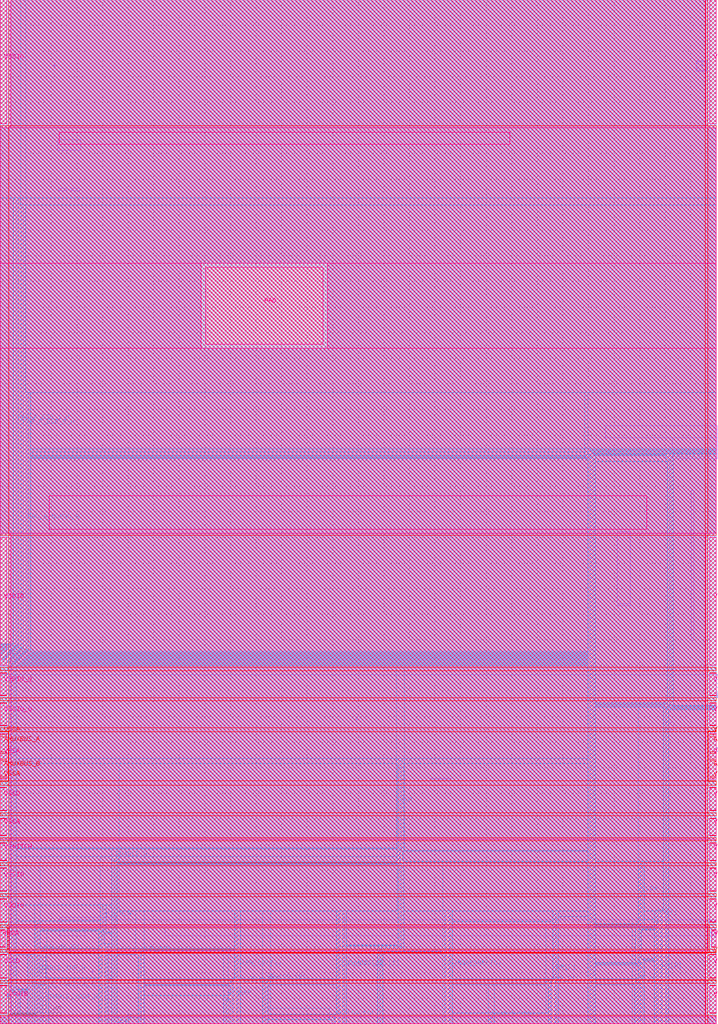
<source format=lef>
# Copyright 2020 The SkyWater PDK Authors
#
# Licensed under the Apache License, Version 2.0 (the "License");
# you may not use this file except in compliance with the License.
# You may obtain a copy of the License at
#
#     https://www.apache.org/licenses/LICENSE-2.0
#
# Unless required by applicable law or agreed to in writing, software
# distributed under the License is distributed on an "AS IS" BASIS,
# WITHOUT WARRANTIES OR CONDITIONS OF ANY KIND, either express or implied.
# See the License for the specific language governing permissions and
# limitations under the License.
#
# SPDX-License-Identifier: Apache-2.0

VERSION 5.5 ;
NAMESCASESENSITIVE ON ;
BUSBITCHARS "[]" ;
DIVIDERCHAR "/" ;
MACRO sky130_fd_io__top_gpio_ovtv2
  CLASS PAD ;
  SOURCE USER ;
  ORIGIN  0.000000  0.000000 ;
  SIZE 140 BY 200 ;
  SYMMETRY X Y R90 ;
  PIN AMUXBUS_A
    ANTENNAPARTIALMETALSIDEAREA  215.1680 ;
    DIRECTION INOUT ;
    USE SIGNAL ;
    PORT
      LAYER met4 ;
        RECT 0.000000 53.125000 1.270000 56.105000 ;
    END
    PORT
      LAYER met4 ;
        RECT 138.730000 53.125000 140.000000 56.105000 ;
    END
  END AMUXBUS_A
  PIN AMUXBUS_B
    ANTENNAPARTIALMETALSIDEAREA  215.1680 ;
    DIRECTION INOUT ;
    USE SIGNAL ;
    PORT
      LAYER met4 ;
        RECT 0.000000 48.365000 1.270000 51.345000 ;
    END
    PORT
      LAYER met4 ;
        RECT 138.730000 48.365000 140.000000 51.345000 ;
    END
  END AMUXBUS_B
  PIN ANALOG_EN
    ANTENNAPARTIALCUTAREA  0.320000 ;
    DIRECTION INPUT ;
    USE SIGNAL ;
    PORT
      LAYER met3 ;
        RECT 7.930000 14.070000 8.710000 14.390000 ;
        RECT 7.935000 14.065000 8.705000 14.070000 ;
        RECT 8.025000 13.975000 8.615000 14.065000 ;
        RECT 8.115000  0.000000 8.445000 13.805000 ;
        RECT 8.115000 13.805000 8.445000 13.845000 ;
        RECT 8.115000 13.845000 8.485000 13.885000 ;
        RECT 8.115000 13.885000 8.525000 13.975000 ;
    END
  END ANALOG_EN
  PIN ANALOG_POL
    ANTENNAPARTIALCUTAREA  0.160000 ;
    DIRECTION INPUT ;
    USE SIGNAL ;
    PORT
      LAYER met3 ;
        RECT 64.785000 1.165000 65.565000 1.485000 ;
        RECT 65.110000 1.040000 65.565000 1.165000 ;
        RECT 65.235000 0.000000 65.565000 0.915000 ;
        RECT 65.235000 0.915000 65.565000 1.040000 ;
    END
  END ANALOG_POL
  PIN ANALOG_SEL
    ANTENNAPARTIALCUTAREA  0.160000 ;
    DIRECTION INPUT ;
    USE SIGNAL ;
    PORT
      LAYER met3 ;
        RECT 51.655000 0.000000 51.985000 7.760000 ;
        RECT 51.655000 7.760000 51.985000 7.910000 ;
        RECT 51.655000 7.910000 52.135000 8.060000 ;
        RECT 51.655000 8.060000 52.435000 8.380000 ;
    END
  END ANALOG_SEL
  PIN DM[0]
    ANTENNAGATEAREA  0.500000 ;
    DIRECTION INPUT ;
    USE SIGNAL ;
    PORT
      LAYER met3 ;
        RECT 129.105000 20.955000 129.435000 21.685000 ;
        RECT 129.125000  0.000000 129.455000 20.955000 ;
    END
  END DM[0]
  PIN DM[1]
    ANTENNAGATEAREA  0.500000 ;
    DIRECTION INPUT ;
    USE SIGNAL ;
    PORT
      LAYER met3 ;
        RECT 128.275000  0.000000 128.605000 19.875000 ;
        RECT 128.275000 19.875000 128.605000 19.885000 ;
        RECT 128.275000 19.885000 128.615000 19.895000 ;
        RECT 128.275000 19.895000 128.625000 20.180000 ;
        RECT 128.285000 20.180000 128.625000 20.190000 ;
        RECT 128.295000 20.190000 128.625000 20.200000 ;
        RECT 128.295000 20.200000 128.625000 21.685000 ;
    END
  END DM[1]
  PIN DM[2]
    ANTENNAGATEAREA  0.500000 ;
    DIRECTION INPUT ;
    USE SIGNAL ;
    PORT
      LAYER met3 ;
        RECT 108.375000 20.280000 108.725000 20.640000 ;
        RECT 108.375000 20.640000 108.705000 21.685000 ;
        RECT 108.395000  0.000000 108.725000 20.280000 ;
    END
  END DM[2]
  PIN ENABLE_H
    ANTENNAGATEAREA  8.880000 ;
    DIRECTION INPUT ;
    USE SIGNAL ;
    PORT
      LAYER met3 ;
        RECT 22.135000  0.000000 22.465000 31.675000 ;
        RECT 22.135000 31.675000 22.465000 31.810000 ;
        RECT 22.135000 31.810000 22.600000 31.945000 ;
        RECT 22.135000 31.945000 22.875000 32.275000 ;
    END
  END ENABLE_H
  PIN ENABLE_INP_H
    ANTENNAGATEAREA  3.240000 ;
    DIRECTION INPUT ;
    USE SIGNAL ;
    PORT
      LAYER met3 ;
        RECT 7.110000 0.000000 7.440000 19.735000 ;
    END
  END ENABLE_INP_H
  PIN ENABLE_VDDA_H
    ANTENNAGATEAREA  3.500000 ;
    DIRECTION INPUT ;
    USE SIGNAL ;
    PORT
      LAYER met3 ;
        RECT 8.770000 0.000000 9.100000 8.620000 ;
    END
  END ENABLE_VDDA_H
  PIN ENABLE_VDDIO
    ANTENNAGATEAREA  6.620000 ;
    DIRECTION INPUT ;
    USE SIGNAL ;
    PORT
      LAYER met3 ;
        RECT 95.845000 0.000000 96.215000 1.740000 ;
    END
  END ENABLE_VDDIO
  PIN ENABLE_VSWITCH_H
    ANTENNAGATEAREA  3.120000 ;
    DIRECTION INPUT ;
    USE SIGNAL ;
    PORT
      LAYER met3 ;
        RECT 5.765000 0.000000 6.365000 13.205000 ;
    END
  END ENABLE_VSWITCH_H
  PIN HLD_H_N
    ANTENNAGATEAREA  1.620000 ;
    DIRECTION INPUT ;
    USE SIGNAL ;
    PORT
      LAYER met3 ;
        RECT 19.635000  0.000000 19.965000 17.750000 ;
        RECT 19.635000 17.750000 19.965000 17.865000 ;
        RECT 19.635000 17.865000 20.080000 17.980000 ;
        RECT 19.635000 17.980000 20.195000 17.985000 ;
        RECT 19.675000 17.985000 20.200000 18.025000 ;
        RECT 19.715000 18.025000 20.240000 18.065000 ;
        RECT 19.830000 18.065000 20.280000 18.180000 ;
        RECT 19.945000 18.180000 20.280000 18.295000 ;
        RECT 19.950000 18.295000 20.280000 18.300000 ;
        RECT 19.950000 18.300000 20.280000 22.865000 ;
    END
  END HLD_H_N
  PIN HLD_OVR
    ANTENNAPARTIALCUTAREA  0.160000 ;
    DIRECTION INPUT ;
    USE SIGNAL ;
    PORT
      LAYER met3 ;
        RECT 26.900000 14.055000 27.680000 14.375000 ;
        RECT 26.905000 14.050000 27.685000 14.055000 ;
        RECT 27.055000 13.900000 27.685000 14.050000 ;
        RECT 27.205000 13.750000 27.685000 13.900000 ;
        RECT 27.355000  0.000000 27.685000 13.600000 ;
        RECT 27.355000 13.600000 27.685000 13.750000 ;
    END
  END HLD_OVR
  PIN HYS_TRIM
    ANTENNAPARTIALCUTAREA  0.160000 ;
    DIRECTION INPUT ;
    USE SIGNAL ;
    PORT
      LAYER met3 ;
        RECT 44.905000 8.060000 45.685000 8.380000 ;
        RECT 45.055000 7.910000 45.685000 8.060000 ;
        RECT 45.205000 7.760000 45.685000 7.910000 ;
        RECT 45.355000 0.000000 45.685000 7.610000 ;
        RECT 45.355000 7.610000 45.685000 7.760000 ;
    END
  END HYS_TRIM
  PIN IB_MODE_SEL[0]
    ANTENNAGATEAREA  0.500000 ;
    DIRECTION INPUT ;
    USE SIGNAL ;
    PORT
      LAYER met3 ;
        RECT 86.815000 0.000000 87.145000 21.685000 ;
    END
  END IB_MODE_SEL[0]
  PIN IB_MODE_SEL[1]
    ANTENNAGATEAREA  0.500000 ;
    DIRECTION INPUT ;
    USE SIGNAL ;
    PORT
      LAYER met3 ;
        RECT 66.935000 0.000000 67.265000 21.685000 ;
    END
  END IB_MODE_SEL[1]
  PIN IN
    ANTENNAPARTIALMETALSIDEAREA  23.36800 ;
    DIRECTION OUTPUT ;
    USE SIGNAL ;
    PORT
      LAYER met3 ;
        RECT 20.380000 0.000000 20.710000 15.275000 ;
    END
  END IN
  PIN INP_DIS
    ANTENNAPARTIALCUTAREA  0.160000 ;
    DIRECTION INPUT ;
    USE SIGNAL ;
    PORT
      LAYER met3 ;
        RECT 107.095000 8.060000 107.875000 8.380000 ;
        RECT 107.285000 8.055000 107.875000 8.060000 ;
        RECT 107.415000 7.925000 107.875000 8.055000 ;
        RECT 107.545000 0.000000 107.875000 7.795000 ;
        RECT 107.545000 7.795000 107.875000 7.925000 ;
    END
  END INP_DIS
  PIN IN_H
    ANTENNAPARTIALMETALSIDEAREA  1.722440 ;
    DIRECTION OUTPUT ;
    USE SIGNAL ;
    PORT
      LAYER met3 ;
        RECT 23.490000 0.610000 24.710000 0.940000 ;
        RECT 24.100000 0.605000 24.710000 0.610000 ;
        RECT 24.240000 0.465000 24.710000 0.605000 ;
        RECT 24.380000 0.000000 24.710000 0.325000 ;
        RECT 24.380000 0.325000 24.710000 0.465000 ;
    END
  END IN_H
  PIN OE_N
    ANTENNAPARTIALCUTAREA  0.160000 ;
    DIRECTION INPUT ;
    USE SIGNAL ;
    PORT
      LAYER met3 ;
        RECT 123.995000 8.060000 124.775000 8.380000 ;
        RECT 124.325000 7.940000 124.775000 8.060000 ;
        RECT 124.445000 0.000000 124.775000 7.820000 ;
        RECT 124.445000 7.820000 124.775000 7.940000 ;
    END
  END OE_N
  PIN OUT
    ANTENNAGATEAREA  1.529000 ;
    DIRECTION INPUT ;
    USE SIGNAL ;
    PORT
      LAYER met3 ;
        RECT 74.125000  0.000000 74.455000 14.140000 ;
        RECT 74.125000 14.140000 74.455000 14.290000 ;
        RECT 74.125000 14.290000 74.605000 14.440000 ;
        RECT 74.125000 14.440000 74.755000 14.535000 ;
        RECT 74.125000 14.535000 78.505000 14.865000 ;
        RECT 77.870000 51.155000 78.600000 51.485000 ;
        RECT 77.930000 14.865000 78.505000 15.015000 ;
        RECT 77.950000 31.465000 78.355000 31.535000 ;
        RECT 77.950000 31.535000 78.285000 31.605000 ;
        RECT 77.950000 31.605000 78.280000 31.610000 ;
        RECT 77.950000 31.610000 78.280000 33.835000 ;
        RECT 77.950000 33.835000 78.280000 33.905000 ;
        RECT 77.950000 33.905000 78.350000 33.975000 ;
        RECT 77.950000 33.975000 78.420000 33.980000 ;
        RECT 77.990000 31.425000 78.425000 31.465000 ;
        RECT 77.990000 33.980000 78.425000 34.020000 ;
        RECT 78.030000 31.385000 78.465000 31.425000 ;
        RECT 78.030000 34.020000 78.465000 34.060000 ;
        RECT 78.035000 31.380000 78.505000 31.385000 ;
        RECT 78.080000 15.015000 78.505000 15.165000 ;
        RECT 78.100000 34.060000 78.505000 34.130000 ;
        RECT 78.105000 31.310000 78.505000 31.380000 ;
        RECT 78.170000 34.130000 78.505000 34.200000 ;
        RECT 78.175000 15.165000 78.505000 15.260000 ;
        RECT 78.175000 15.260000 78.505000 31.240000 ;
        RECT 78.175000 31.240000 78.505000 31.310000 ;
        RECT 78.175000 34.200000 78.505000 34.205000 ;
        RECT 78.175000 34.205000 78.505000 51.155000 ;
    END
  END OUT
  PIN PAD
    ANTENNAPARTIALMETALSIDEAREA  228.2030 ;
    DIRECTION INOUT ;
    USE SIGNAL ;
    PORT
      LAYER met5 ;
        RECT 40.095000 132.705000 63.135000 147.730000 ;
    END
  END PAD
  PIN PAD_A_ESD_0_H
    ANTENNAPARTIALMETALSIDEAREA  256.0560 ;
    DIRECTION INOUT ;
    USE SIGNAL ;
    PORT
      LAYER met3 ;
        RECT 1.240000  5.465000 2.200000   5.470000 ;
        RECT 1.240000  5.470000 2.050000   5.620000 ;
        RECT 1.240000  5.620000 1.900000   5.770000 ;
        RECT 1.240000  5.770000 1.840000   5.830000 ;
        RECT 1.240000  5.830000 1.840000  70.535000 ;
        RECT 1.240000 70.535000 1.840000  70.680000 ;
        RECT 1.240000 70.680000 1.985000  70.825000 ;
        RECT 1.300000  5.405000 2.200000   5.465000 ;
        RECT 1.390000 70.825000 2.130000  70.975000 ;
        RECT 1.450000  5.255000 2.200000   5.405000 ;
        RECT 1.540000 70.975000 2.280000  71.125000 ;
        RECT 1.600000  0.000000 2.200000   5.105000 ;
        RECT 1.600000  5.105000 2.200000   5.255000 ;
        RECT 1.690000 71.125000 2.430000  71.275000 ;
        RECT 1.840000 71.275000 2.580000  71.425000 ;
        RECT 1.990000 71.425000 2.730000  71.575000 ;
        RECT 2.140000 71.575000 2.880000  71.725000 ;
        RECT 2.290000 71.725000 3.030000  71.875000 ;
        RECT 2.440000 71.875000 3.180000  72.025000 ;
        RECT 2.590000 72.025000 3.330000  72.175000 ;
        RECT 2.740000 72.175000 3.480000  72.325000 ;
        RECT 2.890000 72.325000 3.630000  72.475000 ;
        RECT 3.040000 72.475000 3.780000  72.625000 ;
        RECT 3.190000 72.625000 3.930000  72.775000 ;
        RECT 3.340000 72.775000 4.080000  72.925000 ;
        RECT 3.490000 72.925000 4.230000  73.075000 ;
        RECT 3.640000 73.075000 4.380000  73.225000 ;
        RECT 3.725000 73.225000 4.530000  73.310000 ;
        RECT 3.865000 73.310000 4.615000  73.450000 ;
        RECT 4.005000 73.450000 4.615000  73.590000 ;
        RECT 4.010000 73.590000 4.615000  73.595000 ;
        RECT 4.010000 73.595000 4.615000 159.560000 ;
    END
  END PAD_A_ESD_0_H
  PIN PAD_A_ESD_1_H
    ANTENNAPARTIALMETALSIDEAREA  257.9440 ;
    DIRECTION INOUT ;
    USE SIGNAL ;
    PORT
      LAYER met3 ;
        RECT 0.330000  0.000000 0.930000  71.100000 ;
        RECT 0.330000 71.100000 0.930000  71.240000 ;
        RECT 0.330000 71.240000 1.070000  71.380000 ;
        RECT 0.480000 71.380000 1.210000  71.530000 ;
        RECT 0.630000 71.530000 1.360000  71.680000 ;
        RECT 0.780000 71.680000 1.510000  71.830000 ;
        RECT 0.930000 71.830000 1.660000  71.980000 ;
        RECT 1.080000 71.980000 1.810000  72.130000 ;
        RECT 1.230000 72.130000 1.960000  72.280000 ;
        RECT 1.380000 72.280000 2.110000  72.430000 ;
        RECT 1.530000 72.430000 2.260000  72.580000 ;
        RECT 1.680000 72.580000 2.410000  72.730000 ;
        RECT 1.830000 72.730000 2.560000  72.880000 ;
        RECT 1.980000 72.880000 2.710000  73.030000 ;
        RECT 2.130000 73.030000 2.860000  73.180000 ;
        RECT 2.280000 73.180000 3.010000  73.330000 ;
        RECT 2.430000 73.330000 3.160000  73.480000 ;
        RECT 2.580000 73.480000 3.310000  73.630000 ;
        RECT 2.705000 73.630000 3.460000  73.755000 ;
        RECT 2.845000 73.755000 3.585000  73.895000 ;
        RECT 2.985000 73.895000 3.585000  74.035000 ;
        RECT 2.985000 74.035000 3.585000 160.945000 ;
    END
  END PAD_A_ESD_1_H
  PIN PAD_A_NOESD_H
    ANTENNAPARTIALCUTAREA  0.120000 ;
    DIRECTION INOUT ;
    USE SIGNAL ;
    PORT
      LAYER met3 ;
        RECT 2.150000  6.260000 2.975000   6.410000 ;
        RECT 2.150000  6.410000 2.825000   6.560000 ;
        RECT 2.150000  6.560000 2.750000   6.635000 ;
        RECT 2.150000  6.635000 2.750000  70.075000 ;
        RECT 2.150000 70.075000 2.750000  70.220000 ;
        RECT 2.150000 70.220000 2.895000  70.365000 ;
        RECT 2.210000  6.200000 3.125000   6.260000 ;
        RECT 2.300000 70.365000 3.040000  70.515000 ;
        RECT 2.360000  6.050000 3.185000   6.200000 ;
        RECT 2.450000 70.515000 3.190000  70.665000 ;
        RECT 2.510000  5.900000 3.335000   6.050000 ;
        RECT 2.585000  5.825000 3.485000   5.900000 ;
        RECT 2.600000 70.665000 3.340000  70.815000 ;
        RECT 2.735000  5.675000 3.485000   5.825000 ;
        RECT 2.750000 70.815000 3.490000  70.965000 ;
        RECT 2.885000  0.000000 3.485000   5.525000 ;
        RECT 2.885000  5.525000 3.485000   5.675000 ;
        RECT 2.900000 70.965000 3.640000  71.115000 ;
        RECT 3.050000 71.115000 3.790000  71.265000 ;
        RECT 3.200000 71.265000 3.940000  71.415000 ;
        RECT 3.350000 71.415000 4.090000  71.565000 ;
        RECT 3.500000 71.565000 4.240000  71.715000 ;
        RECT 3.650000 71.715000 4.390000  71.865000 ;
        RECT 3.800000 71.865000 4.540000  72.015000 ;
        RECT 3.950000 72.015000 4.690000  72.165000 ;
        RECT 4.100000 72.165000 4.840000  72.315000 ;
        RECT 4.250000 72.315000 4.990000  72.465000 ;
        RECT 4.400000 72.465000 5.140000  72.615000 ;
        RECT 4.550000 72.615000 5.290000  72.765000 ;
        RECT 4.675000 72.765000 5.440000  72.890000 ;
        RECT 4.820000 72.890000 5.565000  73.035000 ;
        RECT 4.965000 73.035000 5.565000  73.180000 ;
        RECT 4.965000 73.180000 5.565000 122.920000 ;
    END
  END PAD_A_NOESD_H
  PIN SLEW_CTL[0]
    ANTENNAGATEAREA  0.500000 ;
    DIRECTION INPUT ;
    USE SIGNAL ;
    PORT
      LAYER met3 ;
        RECT 66.085000 0.000000 66.415000 21.685000 ;
    END
  END SLEW_CTL[0]
  PIN SLEW_CTL[1]
    ANTENNAGATEAREA  0.500000 ;
    DIRECTION INPUT ;
    USE SIGNAL ;
    PORT
      LAYER met3 ;
        RECT 46.205000 0.000000 46.535000 21.685000 ;
    END
  END SLEW_CTL[1]
  PIN SLOW
    ANTENNAGATEAREA  0.500000 ;
    DIRECTION INPUT ;
    USE SIGNAL ;
    PORT
      LAYER met3 ;
        RECT 124.580000 12.150000 125.135000 12.300000 ;
        RECT 124.580000 12.300000 124.985000 12.450000 ;
        RECT 124.580000 12.450000 124.910000 12.525000 ;
        RECT 124.580000 12.525000 124.910000 18.470000 ;
        RECT 124.580000 18.470000 124.910000 18.615000 ;
        RECT 124.580000 18.615000 125.055000 18.760000 ;
        RECT 124.580000 18.760000 125.200000 18.765000 ;
        RECT 124.585000 12.145000 125.285000 12.150000 ;
        RECT 124.675000 12.055000 125.290000 12.145000 ;
        RECT 124.710000 18.765000 125.205000 18.895000 ;
        RECT 124.765000 11.965000 125.380000 12.055000 ;
        RECT 124.840000 11.890000 125.470000 11.965000 ;
        RECT 124.840000 18.895000 125.335000 19.025000 ;
        RECT 124.845000 19.025000 125.465000 19.030000 ;
        RECT 124.990000 11.740000 125.470000 11.890000 ;
        RECT 124.990000 19.030000 125.470000 19.175000 ;
        RECT 125.135000 19.175000 125.470000 19.320000 ;
        RECT 125.140000  0.000000 125.470000 11.590000 ;
        RECT 125.140000 11.590000 125.470000 11.740000 ;
        RECT 125.140000 19.320000 125.470000 19.325000 ;
        RECT 125.140000 19.325000 125.470000 31.390000 ;
    END
  END SLOW
  PIN TIE_HI_ESD
    ANTENNAGATEAREA 21 ;
    DIRECTION OUTPUT ;
    USE SIGNAL ;
    PORT
      LAYER met3 ;
        RECT 129.975000   0.000000 130.305000  61.465000 ;
        RECT 129.975000  61.465000 130.305000  61.560000 ;
        RECT 129.975000  61.560000 130.400000  61.655000 ;
        RECT 130.125000  61.655000 130.495000  61.805000 ;
        RECT 130.275000  61.805000 130.645000  61.955000 ;
        RECT 130.425000  61.955000 130.795000  62.105000 ;
        RECT 130.460000 110.205000 131.140000 110.935000 ;
        RECT 130.575000  62.105000 130.945000  62.255000 ;
        RECT 130.620000  62.255000 131.095000  62.300000 ;
        RECT 130.715000  62.300000 131.140000  62.395000 ;
        RECT 130.730000 110.125000 131.140000 110.205000 ;
        RECT 130.810000  62.395000 131.140000  62.490000 ;
        RECT 130.810000  62.490000 131.140000 110.045000 ;
        RECT 130.810000 110.045000 131.140000 110.125000 ;
    END
  END TIE_HI_ESD
  PIN TIE_LO_ESD
    ANTENNAGATEAREA  2.400000 ;
    DIRECTION OUTPUT ;
    USE SIGNAL ;
    PORT
      LAYER met3 ;
        RECT 114.650000 111.180000 115.485000 111.265000 ;
        RECT 114.650000 111.265000 115.400000 111.350000 ;
        RECT 114.670000 111.160000 115.570000 111.180000 ;
        RECT 114.820000 111.010000 115.590000 111.160000 ;
        RECT 114.970000 110.860000 115.740000 111.010000 ;
        RECT 114.990000 110.840000 115.890000 110.860000 ;
        RECT 115.140000 110.690000 115.890000 110.840000 ;
        RECT 115.290000   0.000000 115.890000 110.540000 ;
        RECT 115.290000 110.540000 115.890000 110.690000 ;
    END
  END TIE_LO_ESD
  PIN VINREF
    ANTENNAGATEAREA 54 ;
    DIRECTION INPUT ;
    USE SIGNAL ;
    PORT
      LAYER met3 ;
        RECT 44.035000 0.000000 44.365000 4.460000 ;
        RECT 44.035000 4.460000 44.365000 4.610000 ;
        RECT 44.035000 4.610000 44.515000 4.760000 ;
        RECT 44.035000 4.760000 44.665000 4.860000 ;
        RECT 44.035000 4.860000 44.765000 5.190000 ;
    END
  END VINREF
  PIN VTRIP_SEL
    ANTENNAGATEAREA  0.500000 ;
    DIRECTION INPUT ;
    USE SIGNAL ;
    PORT
      LAYER met3 ;
        RECT 87.665000 0.000000 87.995000 21.685000 ;
    END
  END VTRIP_SEL
  PIN VCCD
    DIRECTION INOUT ;
    USE POWER ;
    PORT
      LAYER met4 ;
        RECT 0.000000 8.885000 1.270000 13.535000 ;
    END
    PORT
      LAYER met4 ;
        RECT 138.255000  8.930000 140.000000 13.465000 ;
        RECT 138.730000  8.885000 140.000000  8.930000 ;
        RECT 138.730000 13.465000 140.000000 13.535000 ;
    END
    PORT
      LAYER met5 ;
        RECT 0.000000 8.985000 1.270000 13.435000 ;
    END
    PORT
      LAYER met5 ;
        RECT 138.730000 8.985000 140.000000 13.435000 ;
    END
  END VCCD
  PIN VCCHIB
    DIRECTION INOUT ;
    USE POWER ;
    PORT
      LAYER met4 ;
        RECT 0.000000 2.035000 1.270000 7.485000 ;
    END
    PORT
      LAYER met4 ;
        RECT 138.730000 2.035000 140.000000 7.485000 ;
    END
    PORT
      LAYER met5 ;
        RECT 0.000000 2.135000 1.270000 7.385000 ;
    END
    PORT
      LAYER met5 ;
        RECT 138.730000 2.135000 140.000000 7.385000 ;
    END
  END VCCHIB
  PIN VDDA
    DIRECTION INOUT ;
    USE POWER ;
    PORT
      LAYER met4 ;
        RECT 0.000000 14.935000 0.965000 18.385000 ;
    END
    PORT
      LAYER met4 ;
        RECT 139.035000 14.935000 140.000000 18.385000 ;
    END
    PORT
      LAYER met5 ;
        RECT 0.000000 15.035000 0.965000 18.285000 ;
    END
    PORT
      LAYER met5 ;
        RECT 139.035000 15.035000 140.000000 18.285000 ;
    END
  END VDDA
  PIN VDDIO
    DIRECTION INOUT ;
    USE POWER ;
    PORT
      LAYER met4 ;
        RECT 0.000000 19.785000 1.270000 24.435000 ;
    END
    PORT
      LAYER met4 ;
        RECT 0.000000 70.035000 1.270000 95.000000 ;
    END
    PORT
      LAYER met4 ;
        RECT 138.730000 19.785000 140.000000 24.435000 ;
    END
    PORT
      LAYER met4 ;
        RECT 138.730000 70.035000 140.000000 95.000000 ;
    END
    PORT
      LAYER met5 ;
        RECT 0.000000 19.885000 1.270000 24.335000 ;
    END
    PORT
      LAYER met5 ;
        RECT 0.000000 70.035000 1.270000 94.985000 ;
    END
    PORT
      LAYER met5 ;
        RECT 138.730000 19.885000 140.000000 24.335000 ;
    END
    PORT
      LAYER met5 ;
        RECT 138.730000 70.035000 140.000000 94.985000 ;
    END
  END VDDIO
  PIN VDDIO_Q
    DIRECTION INOUT ;
    USE POWER ;
    PORT
      LAYER met4 ;
        RECT 0.000000 64.085000 1.270000 68.535000 ;
    END
    PORT
      LAYER met4 ;
        RECT 138.730000 64.085000 140.000000 68.535000 ;
    END
    PORT
      LAYER met5 ;
        RECT 0.000000 64.185000 1.270000 68.435000 ;
    END
    PORT
      LAYER met5 ;
        RECT 138.730000 64.185000 140.000000 68.435000 ;
    END
  END VDDIO_Q
  PIN VSSA
    DIRECTION INOUT ;
    USE GROUND ;
    PORT
      LAYER met4 ;
        RECT 0.000000 36.735000 1.270000 40.185000 ;
    END
    PORT
      LAYER met4 ;
        RECT 0.000000 47.735000 1.270000 48.065000 ;
    END
    PORT
      LAYER met4 ;
        RECT 0.000000 51.645000 1.270000 52.825000 ;
    END
    PORT
      LAYER met4 ;
        RECT 0.000000 56.405000 1.270000 56.735000 ;
    END
    PORT
      LAYER met4 ;
        RECT 138.730000 36.735000 140.000000 40.185000 ;
    END
    PORT
      LAYER met4 ;
        RECT 138.730000 47.735000 140.000000 48.065000 ;
    END
    PORT
      LAYER met4 ;
        RECT 138.730000 51.645000 140.000000 52.825000 ;
    END
    PORT
      LAYER met4 ;
        RECT 138.730000 56.405000 140.000000 56.735000 ;
    END
    PORT
      LAYER met5 ;
        RECT 0.000000 36.840000 1.270000 40.085000 ;
    END
    PORT
      LAYER met5 ;
        RECT 0.000000 47.735000 1.270000 56.735000 ;
    END
    PORT
      LAYER met5 ;
        RECT 138.730000 36.840000 140.000000 40.085000 ;
    END
    PORT
      LAYER met5 ;
        RECT 138.730000 47.735000 140.000000 56.735000 ;
    END
  END VSSA
  PIN VSSD
    DIRECTION INOUT ;
    USE GROUND ;
    PORT
      LAYER met4 ;
        RECT 0.000000 41.585000 1.270000 46.235000 ;
    END
    PORT
      LAYER met4 ;
        RECT 138.730000 41.585000 140.000000 46.235000 ;
    END
    PORT
      LAYER met5 ;
        RECT 0.000000 41.685000 1.270000 46.135000 ;
    END
    PORT
      LAYER met5 ;
        RECT 138.730000 41.685000 140.000000 46.135000 ;
    END
  END VSSD
  PIN VSSIO
    DIRECTION INOUT ;
    USE GROUND ;
    PORT
      LAYER met4 ;
        RECT 0.000000 175.785000 1.270000 200.000000 ;
    END
    PORT
      LAYER met4 ;
        RECT 0.000000 25.835000 1.270000 30.485000 ;
    END
    PORT
      LAYER met4 ;
        RECT 138.730000 175.785000 140.000000 200.000000 ;
    END
    PORT
      LAYER met4 ;
        RECT 138.730000 25.835000 140.000000 30.485000 ;
    END
    PORT
      LAYER met5 ;
        RECT 0.000000 175.785000 1.270000 200.000000 ;
    END
    PORT
      LAYER met5 ;
        RECT 0.000000 25.935000 1.270000 30.385000 ;
    END
    PORT
      LAYER met5 ;
        RECT 138.730000 175.785000 140.000000 200.000000 ;
    END
    PORT
      LAYER met5 ;
        RECT 138.730000 25.935000 140.000000 30.385000 ;
    END
  END VSSIO
  PIN VSSIO_Q
    DIRECTION INOUT ;
    USE GROUND ;
    PORT
      LAYER met4 ;
        RECT 0.000000 58.235000 1.270000 62.685000 ;
    END
    PORT
      LAYER met4 ;
        RECT 138.730000 58.235000 140.000000 62.685000 ;
    END
    PORT
      LAYER met5 ;
        RECT 0.000000 58.335000 1.270000 62.585000 ;
    END
    PORT
      LAYER met5 ;
        RECT 138.730000 58.335000 140.000000 62.585000 ;
    END
  END VSSIO_Q
  PIN VSWITCH
    DIRECTION INOUT ;
    USE POWER ;
    PORT
      LAYER met4 ;
        RECT 0.000000 31.885000 1.270000 35.335000 ;
    END
    PORT
      LAYER met4 ;
        RECT 138.730000 31.885000 140.000000 35.335000 ;
    END
    PORT
      LAYER met5 ;
        RECT 0.000000 31.985000 1.270000 35.235000 ;
    END
    PORT
      LAYER met5 ;
        RECT 138.730000 31.985000 140.000000 35.235000 ;
    END
  END VSWITCH
  OBS
    LAYER li1 ;
      RECT  10.485000 187.010000  10.715000 187.105000 ;
      RECT  10.485000 187.105000  10.830000 187.335000 ;
      RECT  11.220000 170.660000  15.760000 172.700000 ;
      RECT  11.395000 162.715000  13.005000 163.245000 ;
      RECT  11.600000  17.150000  16.580000  18.770000 ;
      RECT  11.600000  18.770000 140.000000  20.300000 ;
      RECT  11.600000  20.300000  22.570000  20.755000 ;
      RECT  13.915000 162.715000  15.525000 163.245000 ;
      RECT  18.005000  10.045000  18.175000  10.575000 ;
      RECT  32.245000  17.150000 140.000000  18.770000 ;
      RECT  69.500000  59.375000  69.820000  59.965000 ;
      RECT  84.135000  47.800000  88.065000  47.970000 ;
      RECT 118.305000 114.495000 140.145000 116.765000 ;
      RECT 120.645000  82.020000 123.195000  96.125000 ;
      RECT 120.725000  81.690000 123.195000  82.020000 ;
      RECT 129.625000  57.445000 131.645000  58.925000 ;
      RECT 131.375000 110.400000 140.145000 114.495000 ;
      RECT 135.060000  74.915000 135.565000 104.150000 ;
      RECT 135.140000  74.890000 135.565000  74.915000 ;
      RECT 135.140000 104.150000 135.565000 104.230000 ;
      RECT 136.065000 186.065000 138.125000 186.295000 ;
      RECT 136.065000 186.295000 136.295000 186.895000 ;
      RECT 136.065000 187.570000 136.295000 187.870000 ;
      RECT 136.065000 187.870000 138.125000 188.100000 ;
      RECT 136.815000 187.175000 137.345000 187.345000 ;
      RECT 137.895000 186.295000 138.125000 187.870000 ;
    LAYER met1 ;
      RECT   0.000000  0.000000 140.000000 200.000000 ;
      RECT 140.000000 53.225000 140.350000  53.955000 ;
      RECT 140.000000 63.715000 140.160000  64.685000 ;
    LAYER met2 ;
      RECT 0.000000  0.000000 140.000000  63.715000 ;
      RECT 0.000000 63.715000 140.325000  68.140000 ;
      RECT 0.000000 68.140000 140.000000 200.000000 ;
    LAYER met3 ;
      RECT   0.000000   0.000000   0.030000  71.505000 ;
      RECT   0.000000  71.505000   2.685000  74.160000 ;
      RECT   0.000000  71.765000   0.150000  71.915000 ;
      RECT   0.000000  71.915000   0.300000  72.065000 ;
      RECT   0.000000  72.065000   0.450000  72.215000 ;
      RECT   0.000000  72.215000   0.600000  72.365000 ;
      RECT   0.000000  72.365000   0.750000  72.515000 ;
      RECT   0.000000  72.515000   0.900000  72.665000 ;
      RECT   0.000000  72.665000   1.050000  72.815000 ;
      RECT   0.000000  72.815000   1.200000  72.965000 ;
      RECT   0.000000  72.965000   1.350000  73.115000 ;
      RECT   0.000000  73.115000   1.500000  73.265000 ;
      RECT   0.000000  73.265000   1.650000  73.415000 ;
      RECT   0.000000  73.415000   1.800000  73.565000 ;
      RECT   0.000000  73.565000   1.950000  73.715000 ;
      RECT   0.000000  73.715000   2.100000  73.865000 ;
      RECT   0.000000  73.865000   2.250000  74.015000 ;
      RECT   0.000000  74.015000   2.400000  74.165000 ;
      RECT   0.000000  74.160000   2.685000 161.245000 ;
      RECT   0.000000  74.165000   2.550000  74.200000 ;
      RECT   0.000000  74.200000   2.585000 161.345000 ;
      RECT   0.000000 161.245000 140.000000 200.000000 ;
      RECT   0.000000 161.345000 140.000000 200.000000 ;
      RECT   1.230000   0.000000   1.300000   4.980000 ;
      RECT   2.500000   0.000000   2.585000   5.400000 ;
      RECT   3.050000   6.760000   5.465000  13.505000 ;
      RECT   3.050000  13.505000   6.810000  20.035000 ;
      RECT   3.050000  20.035000  19.650000  23.165000 ;
      RECT   3.050000  23.165000  21.835000  32.575000 ;
      RECT   3.050000  32.575000  77.650000  34.105000 ;
      RECT   3.050000  34.105000  77.875000  34.330000 ;
      RECT   3.050000  34.330000  77.875000  50.855000 ;
      RECT   3.050000  50.855000  77.570000  51.785000 ;
      RECT   3.050000  51.785000 114.990000  69.950000 ;
      RECT   3.050000  69.950000 114.990000  72.765000 ;
      RECT   3.150000   6.800000   5.365000  13.605000 ;
      RECT   3.150000  13.605000   6.710000  20.135000 ;
      RECT   3.150000  13.605000   6.710000  23.265000 ;
      RECT   3.150000  20.135000  19.550000  23.265000 ;
      RECT   3.150000  20.135000  19.550000  32.675000 ;
      RECT   3.150000  23.265000  21.735000  32.675000 ;
      RECT   3.150000  23.265000  21.735000  34.145000 ;
      RECT   3.150000  23.265000  21.735000  34.145000 ;
      RECT   3.150000  23.265000  21.735000  34.145000 ;
      RECT   3.150000  32.675000  77.550000  34.145000 ;
      RECT   3.150000  32.675000  77.550000  50.755000 ;
      RECT   3.150000  32.675000  77.550000  50.755000 ;
      RECT   3.150000  32.675000  77.550000  50.755000 ;
      RECT   3.150000  32.675000  77.550000  50.755000 ;
      RECT   3.150000  34.145000  77.550000  34.260000 ;
      RECT   3.150000  34.145000  77.550000  34.260000 ;
      RECT   3.150000  34.260000  77.665000  34.370000 ;
      RECT   3.150000  34.260000  77.665000  34.370000 ;
      RECT   3.150000  34.370000  77.470000  51.885000 ;
      RECT   3.150000  34.370000  77.470000  69.910000 ;
      RECT   3.150000  34.370000  77.775000  50.755000 ;
      RECT   3.150000  50.755000  77.470000  51.885000 ;
      RECT   3.150000  51.885000 114.890000  69.910000 ;
      RECT   3.285000   6.665000   5.365000   6.800000 ;
      RECT   3.300000  69.910000 114.890000  70.060000 ;
      RECT   3.300000  69.910000 114.890000  70.060000 ;
      RECT   3.435000   6.515000   5.365000   6.665000 ;
      RECT   3.450000  70.060000 114.890000  70.210000 ;
      RECT   3.450000  70.060000 114.890000  70.210000 ;
      RECT   3.585000   6.365000   5.365000   6.515000 ;
      RECT   3.600000  70.210000 114.890000  70.360000 ;
      RECT   3.600000  70.210000 114.890000  70.360000 ;
      RECT   3.735000   6.215000   5.365000   6.365000 ;
      RECT   3.750000  70.360000 114.890000  70.510000 ;
      RECT   3.750000  70.360000 114.890000  70.510000 ;
      RECT   3.785000   0.000000   5.465000   6.025000 ;
      RECT   3.785000   6.025000   5.465000   6.760000 ;
      RECT   3.885000   0.000000   5.365000   6.065000 ;
      RECT   3.885000   6.065000   5.365000   6.215000 ;
      RECT   3.885000 159.860000 140.000000 161.245000 ;
      RECT   3.900000  70.510000 114.890000  70.660000 ;
      RECT   3.900000  70.510000 114.890000  70.660000 ;
      RECT   3.985000 159.960000 140.000000 161.345000 ;
      RECT   3.985000 159.960000 140.000000 200.000000 ;
      RECT   4.050000  70.660000 114.890000  70.810000 ;
      RECT   4.050000  70.660000 114.890000  70.810000 ;
      RECT   4.200000  70.810000 114.890000  70.960000 ;
      RECT   4.200000  70.810000 114.890000  70.960000 ;
      RECT   4.350000  70.960000 114.890000  71.110000 ;
      RECT   4.350000  70.960000 114.890000  71.110000 ;
      RECT   4.500000  71.110000 114.890000  71.260000 ;
      RECT   4.500000  71.110000 114.890000  71.260000 ;
      RECT   4.650000  71.260000 114.890000  71.410000 ;
      RECT   4.650000  71.260000 114.890000  71.410000 ;
      RECT   4.800000  71.410000 114.890000  71.560000 ;
      RECT   4.800000  71.410000 114.890000  71.560000 ;
      RECT   4.915000 123.220000 140.000000 159.860000 ;
      RECT   4.950000  71.560000 114.890000  71.710000 ;
      RECT   4.950000  71.560000 114.890000  71.710000 ;
      RECT   5.015000 123.320000 140.000000 159.960000 ;
      RECT   5.015000 123.320000 140.000000 200.000000 ;
      RECT   5.100000  71.710000 114.890000  71.860000 ;
      RECT   5.100000  71.710000 114.890000  71.860000 ;
      RECT   5.250000  71.860000 114.890000  72.010000 ;
      RECT   5.250000  71.860000 114.890000  72.010000 ;
      RECT   5.400000  72.010000 114.890000  72.160000 ;
      RECT   5.400000  72.010000 114.890000  72.160000 ;
      RECT   5.550000  72.160000 114.890000  72.310000 ;
      RECT   5.550000  72.160000 114.890000  72.310000 ;
      RECT   5.700000  72.310000 114.890000  72.460000 ;
      RECT   5.700000  72.310000 114.890000  72.460000 ;
      RECT   5.850000  72.460000 114.890000  72.610000 ;
      RECT   5.850000  72.460000 114.890000  72.610000 ;
      RECT   5.865000  72.765000 114.990000 110.415000 ;
      RECT   5.865000 110.415000 114.350000 111.055000 ;
      RECT   5.865000 111.055000 114.350000 111.650000 ;
      RECT   5.865000 111.650000 114.965000 112.210000 ;
      RECT   5.865000 112.210000 140.000000 123.220000 ;
      RECT   5.965000  72.610000 114.890000  72.725000 ;
      RECT   5.965000  72.610000 114.890000  72.725000 ;
      RECT   5.965000  72.725000 114.890000 110.375000 ;
      RECT   5.965000 110.375000 114.250000 123.320000 ;
      RECT   5.965000 110.375000 114.250000 123.320000 ;
      RECT   5.965000 110.375000 114.250000 123.320000 ;
      RECT   5.965000 110.375000 114.740000 110.525000 ;
      RECT   5.965000 110.375000 114.740000 110.525000 ;
      RECT   5.965000 110.525000 114.590000 110.675000 ;
      RECT   5.965000 110.525000 114.590000 110.675000 ;
      RECT   5.965000 110.675000 114.440000 110.825000 ;
      RECT   5.965000 110.675000 114.440000 110.825000 ;
      RECT   5.965000 110.825000 114.290000 110.975000 ;
      RECT   5.965000 110.825000 114.290000 110.975000 ;
      RECT   5.965000 110.975000 114.250000 111.015000 ;
      RECT   5.965000 110.975000 114.250000 111.015000 ;
      RECT   5.965000 111.015000 114.250000 111.750000 ;
      RECT   5.965000 111.750000 114.865000 112.450000 ;
      RECT   5.965000 111.750000 114.865000 123.320000 ;
      RECT   5.965000 111.750000 114.865000 123.320000 ;
      RECT   5.965000 111.750000 114.865000 123.320000 ;
      RECT   5.965000 112.450000 140.000000 123.320000 ;
      RECT   6.665000   0.000000   6.810000  13.505000 ;
      RECT   7.740000   0.000000   7.815000  13.760000 ;
      RECT   7.740000  14.690000  19.335000  18.110000 ;
      RECT   7.740000  18.110000  19.650000  18.425000 ;
      RECT   7.740000  18.425000  19.650000  20.035000 ;
      RECT   7.840000  14.790000  19.235000  18.150000 ;
      RECT   7.840000  14.790000  19.235000  18.465000 ;
      RECT   7.840000  18.150000  19.235000  18.300000 ;
      RECT   7.840000  18.150000  19.235000  18.300000 ;
      RECT   7.840000  18.300000  19.385000  18.450000 ;
      RECT   7.840000  18.300000  19.385000  18.450000 ;
      RECT   7.840000  18.450000  19.535000  18.465000 ;
      RECT   7.840000  18.450000  19.535000  18.465000 ;
      RECT   7.840000  18.465000  19.550000  20.135000 ;
      RECT   7.840000  18.465000  19.550000  32.675000 ;
      RECT   8.745000   8.920000  19.335000  13.680000 ;
      RECT   8.745000  13.680000  19.335000  13.945000 ;
      RECT   8.845000   9.020000  19.235000  13.640000 ;
      RECT   8.975000  13.640000  19.235000  13.770000 ;
      RECT   8.975000  13.640000  19.235000  13.770000 ;
      RECT   9.010000  13.945000  19.335000  14.690000 ;
      RECT   9.105000  13.770000  19.235000  13.900000 ;
      RECT   9.105000  13.770000  19.235000  13.900000 ;
      RECT   9.110000   9.020000  19.235000  18.150000 ;
      RECT   9.110000  13.900000  19.235000  13.905000 ;
      RECT   9.110000  13.900000  19.235000  13.905000 ;
      RECT   9.110000  13.905000  19.235000  14.790000 ;
      RECT   9.400000   0.000000  19.335000   8.920000 ;
      RECT   9.500000   0.000000  19.235000   9.020000 ;
      RECT  20.265000  15.575000  21.835000  17.625000 ;
      RECT  20.265000  17.625000  21.835000  17.940000 ;
      RECT  20.365000  15.675000  21.735000  17.585000 ;
      RECT  20.515000  17.585000  21.735000  17.735000 ;
      RECT  20.580000  17.940000  21.835000  23.165000 ;
      RECT  20.665000  17.735000  21.735000  17.885000 ;
      RECT  20.680000  17.885000  21.735000  17.900000 ;
      RECT  20.680000  17.900000  21.735000  23.265000 ;
      RECT  21.010000   0.000000  21.835000  15.575000 ;
      RECT  21.110000   0.000000  21.735000  15.675000 ;
      RECT  22.765000   0.000000  24.080000   0.200000 ;
      RECT  22.765000   0.200000  23.970000   0.310000 ;
      RECT  22.765000   0.310000  23.190000   1.240000 ;
      RECT  22.765000   1.240000  27.055000  13.475000 ;
      RECT  22.765000  13.475000  26.600000  13.930000 ;
      RECT  22.765000  13.930000  26.600000  14.675000 ;
      RECT  22.765000  14.675000  45.905000  21.985000 ;
      RECT  22.765000  21.985000  77.875000  31.115000 ;
      RECT  22.765000  31.115000  77.650000  31.340000 ;
      RECT  22.765000  31.340000  77.650000  31.550000 ;
      RECT  22.765000  31.550000  77.650000  31.645000 ;
      RECT  22.865000   1.340000  26.955000  13.435000 ;
      RECT  22.865000  13.435000  26.500000  22.085000 ;
      RECT  22.865000  13.435000  26.500000  22.085000 ;
      RECT  22.865000  13.435000  26.805000  13.585000 ;
      RECT  22.865000  13.435000  26.805000  13.585000 ;
      RECT  22.865000  13.585000  26.655000  13.735000 ;
      RECT  22.865000  13.585000  26.655000  13.735000 ;
      RECT  22.865000  13.735000  26.505000  13.885000 ;
      RECT  22.865000  13.735000  26.505000  13.885000 ;
      RECT  22.865000  13.885000  26.500000  13.890000 ;
      RECT  22.865000  13.885000  26.500000  13.890000 ;
      RECT  22.865000  13.890000  26.500000  14.775000 ;
      RECT  22.865000  14.775000  45.805000  22.085000 ;
      RECT  22.865000  22.085000  77.550000  31.545000 ;
      RECT  22.865000  22.085000  77.550000  31.545000 ;
      RECT  22.865000  22.085000  77.550000  31.545000 ;
      RECT  22.865000  22.085000  77.550000  31.545000 ;
      RECT  22.865000  22.085000  77.775000  31.075000 ;
      RECT  22.865000  31.075000  77.665000  31.185000 ;
      RECT  22.865000  31.075000  77.665000  31.185000 ;
      RECT  22.865000  31.185000  77.555000  31.295000 ;
      RECT  22.865000  31.185000  77.555000  31.295000 ;
      RECT  22.865000  31.295000  77.550000  31.300000 ;
      RECT  22.865000  31.295000  77.550000  31.300000 ;
      RECT  22.865000  31.300000  77.550000  31.545000 ;
      RECT  23.175000  31.645000  77.650000  32.575000 ;
      RECT  23.275000  22.085000  77.550000  50.755000 ;
      RECT  23.275000  22.085000  77.550000  50.755000 ;
      RECT  23.275000  22.085000  77.550000  50.755000 ;
      RECT  23.275000  22.085000  77.550000  50.755000 ;
      RECT  23.275000  31.545000  77.550000  32.675000 ;
      RECT  25.010000   0.000000  27.055000   1.240000 ;
      RECT  25.110000   0.000000  26.955000   1.340000 ;
      RECT  27.980000  14.355000  45.905000  14.675000 ;
      RECT  27.985000   0.000000  43.735000   5.490000 ;
      RECT  27.985000   5.490000  45.055000   7.485000 ;
      RECT  27.985000   7.485000  44.605000   7.935000 ;
      RECT  27.985000   7.935000  44.605000   8.680000 ;
      RECT  27.985000   8.680000  45.905000  14.355000 ;
      RECT  28.080000  14.455000  45.805000  14.775000 ;
      RECT  28.080000  14.455000  45.805000  22.085000 ;
      RECT  28.085000   0.000000  43.635000   5.590000 ;
      RECT  28.085000   0.000000  43.635000  14.455000 ;
      RECT  28.085000   0.000000  43.635000  14.455000 ;
      RECT  28.085000   5.590000  44.505000  14.455000 ;
      RECT  28.085000   5.590000  44.505000  14.455000 ;
      RECT  28.085000   5.590000  44.955000   7.445000 ;
      RECT  28.085000   7.445000  44.805000   7.595000 ;
      RECT  28.085000   7.445000  44.805000   7.595000 ;
      RECT  28.085000   7.595000  44.655000   7.745000 ;
      RECT  28.085000   7.595000  44.655000   7.745000 ;
      RECT  28.085000   7.745000  44.505000   7.895000 ;
      RECT  28.085000   7.745000  44.505000   7.895000 ;
      RECT  28.085000   7.895000  44.505000   8.780000 ;
      RECT  28.085000   8.780000  45.805000  14.455000 ;
      RECT  28.085000   8.780000  45.805000  14.775000 ;
      RECT  28.085000   8.780000  45.805000  22.085000 ;
      RECT  44.665000   0.000000  45.055000   4.335000 ;
      RECT  44.665000   4.335000  45.055000   4.725000 ;
      RECT  46.835000   0.000000  51.355000   8.680000 ;
      RECT  46.835000   8.680000  65.785000  21.985000 ;
      RECT  46.935000   0.000000  51.255000   8.780000 ;
      RECT  46.935000   0.000000  51.255000  22.085000 ;
      RECT  46.935000   0.000000  51.255000  22.085000 ;
      RECT  46.935000   0.000000  51.255000  22.085000 ;
      RECT  46.935000   8.780000  65.685000  22.085000 ;
      RECT  52.285000   0.000000  64.935000   0.790000 ;
      RECT  52.285000   0.790000  64.860000   0.865000 ;
      RECT  52.285000   0.865000  64.485000   1.785000 ;
      RECT  52.285000   1.785000  65.785000   7.635000 ;
      RECT  52.285000   7.635000  65.785000   7.760000 ;
      RECT  52.385000   0.000000  64.835000   0.765000 ;
      RECT  52.385000   0.765000  64.385000   3.005000 ;
      RECT  52.385000   1.885000  65.685000   7.660000 ;
      RECT  52.735000   7.760000  65.785000   8.680000 ;
      RECT  52.835000   1.885000  65.685000  22.085000 ;
      RECT  52.835000   7.660000  65.685000   8.780000 ;
      RECT  67.565000   0.000000  73.825000  15.165000 ;
      RECT  67.565000  15.165000  77.875000  15.385000 ;
      RECT  67.565000  15.385000  77.875000  21.985000 ;
      RECT  67.665000   0.000000  73.725000  15.265000 ;
      RECT  67.665000  15.265000  77.615000  15.345000 ;
      RECT  67.665000  15.265000  77.615000  15.345000 ;
      RECT  67.665000  15.345000  77.695000  15.425000 ;
      RECT  67.665000  15.345000  77.695000  15.425000 ;
      RECT  67.665000  15.425000  77.775000  22.085000 ;
      RECT  74.755000   0.000000  86.515000  14.015000 ;
      RECT  74.755000  14.015000  86.515000  14.235000 ;
      RECT  74.855000   0.000000  86.510000  13.975000 ;
      RECT  74.935000  13.975000  86.510000  14.055000 ;
      RECT  74.935000  13.975000  86.510000  14.055000 ;
      RECT  75.015000  14.055000  86.510000  14.135000 ;
      RECT  75.015000  14.055000  86.510000  14.135000 ;
      RECT  78.580000  31.735000 114.990000  33.710000 ;
      RECT  78.580000  33.710000 114.990000  33.935000 ;
      RECT  78.680000  31.775000 114.890000  33.670000 ;
      RECT  78.790000  31.665000 114.890000  31.775000 ;
      RECT  78.790000  31.665000 114.890000  31.775000 ;
      RECT  78.790000  33.670000 114.890000  33.780000 ;
      RECT  78.790000  33.670000 114.890000  33.780000 ;
      RECT  78.805000  14.235000  86.515000  21.985000 ;
      RECT  78.805000  21.985000 114.990000  31.510000 ;
      RECT  78.805000  31.510000 114.990000  31.735000 ;
      RECT  78.805000  33.935000 114.990000  50.855000 ;
      RECT  78.900000  33.780000 114.890000  33.890000 ;
      RECT  78.900000  33.780000 114.890000  33.890000 ;
      RECT  78.900000  50.855000 114.990000  51.785000 ;
      RECT  78.905000  14.135000  86.510000  22.085000 ;
      RECT  78.905000  14.135000  86.510000  31.550000 ;
      RECT  78.905000  22.085000 114.890000  31.550000 ;
      RECT  78.905000  22.085000 114.890000  33.895000 ;
      RECT  78.905000  22.085000 114.890000  33.895000 ;
      RECT  78.905000  22.085000 114.890000  33.895000 ;
      RECT  78.905000  22.085000 114.890000  33.895000 ;
      RECT  78.905000  31.550000 114.890000  31.665000 ;
      RECT  78.905000  31.550000 114.890000  31.665000 ;
      RECT  78.905000  33.670000 114.890000  50.755000 ;
      RECT  78.905000  33.670000 114.890000  50.755000 ;
      RECT  78.905000  33.670000 114.890000  50.755000 ;
      RECT  78.905000  33.670000 114.890000  50.755000 ;
      RECT  78.905000  33.890000 114.890000  33.895000 ;
      RECT  78.905000  33.890000 114.890000  33.895000 ;
      RECT  78.905000  33.895000 114.890000  50.755000 ;
      RECT  79.000000  33.895000 114.890000  69.910000 ;
      RECT  79.000000  33.895000 114.890000  69.910000 ;
      RECT  79.000000  50.755000 114.890000  51.885000 ;
      RECT  88.295000   0.000000  95.545000   2.040000 ;
      RECT  88.295000   2.040000 107.245000   7.670000 ;
      RECT  88.295000   7.670000 107.155000   7.760000 ;
      RECT  88.295000   7.760000 106.795000   8.680000 ;
      RECT  88.295000   8.680000 108.095000  19.980000 ;
      RECT  88.295000  19.980000 108.075000  21.985000 ;
      RECT  88.395000   0.000000  95.445000   2.140000 ;
      RECT  88.395000   0.000000  95.445000   7.660000 ;
      RECT  88.395000   0.000000  95.445000   7.660000 ;
      RECT  88.395000   2.140000 106.695000  19.880000 ;
      RECT  88.395000   2.140000 107.145000   7.660000 ;
      RECT  88.395000   7.660000 106.695000   8.780000 ;
      RECT  88.395000   8.780000 107.975000  22.085000 ;
      RECT  88.395000   8.780000 107.975000  22.085000 ;
      RECT  88.395000   8.780000 107.995000  19.880000 ;
      RECT  88.395000  19.880000 107.975000  22.085000 ;
      RECT  96.515000   0.000000 107.245000   2.040000 ;
      RECT  96.615000   0.000000 107.145000   2.140000 ;
      RECT  96.615000   0.000000 107.145000   7.660000 ;
      RECT  96.615000   0.000000 107.145000   7.660000 ;
      RECT 109.005000  20.940000 114.990000  21.985000 ;
      RECT 109.025000   0.000000 114.990000  20.940000 ;
      RECT 109.105000  21.040000 114.890000  22.085000 ;
      RECT 109.125000   0.000000 114.890000  21.040000 ;
      RECT 109.125000   0.000000 114.890000  22.085000 ;
      RECT 109.125000   0.000000 114.890000  22.085000 ;
      RECT 114.930000 112.385000 140.000000 112.450000 ;
      RECT 114.930000 112.385000 140.000000 112.450000 ;
      RECT 115.080000 112.235000 140.000000 112.385000 ;
      RECT 115.080000 112.235000 140.000000 112.385000 ;
      RECT 115.230000 112.085000 140.000000 112.235000 ;
      RECT 115.230000 112.085000 140.000000 112.235000 ;
      RECT 115.380000 111.935000 140.000000 112.085000 ;
      RECT 115.380000 111.935000 140.000000 112.085000 ;
      RECT 115.530000 111.785000 140.000000 111.935000 ;
      RECT 115.530000 111.785000 140.000000 111.935000 ;
      RECT 115.680000 111.635000 140.000000 111.785000 ;
      RECT 115.680000 111.635000 140.000000 111.785000 ;
      RECT 115.830000 111.485000 140.000000 111.635000 ;
      RECT 115.830000 111.485000 140.000000 111.635000 ;
      RECT 115.940000 111.235000 140.000000 112.210000 ;
      RECT 115.980000 111.335000 140.000000 111.485000 ;
      RECT 115.980000 111.335000 140.000000 111.485000 ;
      RECT 115.990000 111.325000 130.060000 111.335000 ;
      RECT 115.990000 111.325000 130.060000 111.335000 ;
      RECT 116.140000 111.175000 130.060000 111.325000 ;
      RECT 116.140000 111.175000 130.060000 111.325000 ;
      RECT 116.190000   0.000000 124.145000   7.695000 ;
      RECT 116.190000   7.695000 124.080000   7.760000 ;
      RECT 116.190000   7.760000 123.695000   8.680000 ;
      RECT 116.190000   8.680000 124.840000  11.465000 ;
      RECT 116.190000  11.465000 124.280000  12.025000 ;
      RECT 116.190000  12.025000 124.280000  18.890000 ;
      RECT 116.190000  18.890000 124.840000  19.450000 ;
      RECT 116.190000  19.450000 124.840000  31.690000 ;
      RECT 116.190000  31.690000 129.675000  61.780000 ;
      RECT 116.190000  61.780000 130.510000  62.615000 ;
      RECT 116.190000  62.615000 130.510000 109.905000 ;
      RECT 116.190000 109.905000 130.160000 110.985000 ;
      RECT 116.190000 110.985000 130.160000 111.235000 ;
      RECT 116.290000   0.000000 123.595000  11.985000 ;
      RECT 116.290000   0.000000 123.595000  18.930000 ;
      RECT 116.290000   0.000000 124.045000   7.660000 ;
      RECT 116.290000   7.660000 123.595000   8.780000 ;
      RECT 116.290000   8.780000 124.180000  18.930000 ;
      RECT 116.290000   8.780000 124.740000  11.425000 ;
      RECT 116.290000  11.425000 124.590000  11.575000 ;
      RECT 116.290000  11.425000 124.590000  11.575000 ;
      RECT 116.290000  11.575000 124.440000  11.725000 ;
      RECT 116.290000  11.575000 124.440000  11.725000 ;
      RECT 116.290000  11.725000 124.290000  11.875000 ;
      RECT 116.290000  11.725000 124.290000  11.875000 ;
      RECT 116.290000  11.875000 124.180000  11.985000 ;
      RECT 116.290000  11.875000 124.180000  11.985000 ;
      RECT 116.290000  11.985000 124.180000  18.930000 ;
      RECT 116.290000  11.985000 124.180000  19.490000 ;
      RECT 116.290000  18.930000 124.180000  19.080000 ;
      RECT 116.290000  18.930000 124.180000  19.080000 ;
      RECT 116.290000  19.080000 124.330000  19.230000 ;
      RECT 116.290000  19.080000 124.330000  19.230000 ;
      RECT 116.290000  19.230000 124.480000  19.380000 ;
      RECT 116.290000  19.230000 124.480000  19.380000 ;
      RECT 116.290000  19.380000 124.630000  19.490000 ;
      RECT 116.290000  19.380000 124.630000  19.490000 ;
      RECT 116.290000  19.490000 124.740000  31.790000 ;
      RECT 116.290000  19.490000 124.740000  61.820000 ;
      RECT 116.290000  31.790000 129.575000  61.820000 ;
      RECT 116.290000  61.820000 129.575000  61.970000 ;
      RECT 116.290000  61.820000 129.575000  61.970000 ;
      RECT 116.290000  61.970000 129.725000  62.120000 ;
      RECT 116.290000  61.970000 129.725000  62.120000 ;
      RECT 116.290000  62.120000 129.875000  62.270000 ;
      RECT 116.290000  62.120000 129.875000  62.270000 ;
      RECT 116.290000  62.270000 130.025000  62.420000 ;
      RECT 116.290000  62.270000 130.025000  62.420000 ;
      RECT 116.290000  62.420000 130.175000  62.570000 ;
      RECT 116.290000  62.420000 130.175000  62.570000 ;
      RECT 116.290000  62.570000 130.325000  62.655000 ;
      RECT 116.290000  62.570000 130.325000  62.655000 ;
      RECT 116.290000  62.655000 130.410000 109.805000 ;
      RECT 116.290000 109.805000 130.060000 111.025000 ;
      RECT 116.290000 111.025000 130.060000 111.175000 ;
      RECT 116.290000 111.025000 130.060000 111.175000 ;
      RECT 125.210000  12.650000 127.975000  18.345000 ;
      RECT 125.210000  18.345000 127.975000  18.905000 ;
      RECT 125.310000  12.690000 127.875000  18.305000 ;
      RECT 125.420000  12.580000 127.875000  12.690000 ;
      RECT 125.460000  18.305000 127.875000  18.455000 ;
      RECT 125.570000  12.430000 127.875000  12.580000 ;
      RECT 125.610000  18.455000 127.875000  18.605000 ;
      RECT 125.720000  12.280000 127.875000  12.430000 ;
      RECT 125.760000  18.605000 127.875000  18.755000 ;
      RECT 125.770000   0.000000 127.975000  12.090000 ;
      RECT 125.770000  12.090000 127.975000  12.650000 ;
      RECT 125.770000  18.905000 127.975000  20.305000 ;
      RECT 125.770000  20.305000 127.995000  20.325000 ;
      RECT 125.770000  20.325000 127.995000  21.985000 ;
      RECT 125.770000  21.985000 129.675000  31.690000 ;
      RECT 125.870000   0.000000 127.875000  12.130000 ;
      RECT 125.870000  12.130000 127.875000  12.280000 ;
      RECT 125.870000  18.755000 127.875000  18.865000 ;
      RECT 125.870000  18.865000 127.875000  20.345000 ;
      RECT 125.870000  20.345000 127.875000  20.355000 ;
      RECT 125.870000  20.355000 127.885000  20.365000 ;
      RECT 125.870000  20.365000 127.895000  22.085000 ;
      RECT 125.870000  22.085000 129.575000  31.790000 ;
      RECT 130.605000   0.000000 140.000000  61.340000 ;
      RECT 130.605000  61.340000 140.000000  62.175000 ;
      RECT 130.705000   0.000000 140.000000  61.300000 ;
      RECT 130.855000  61.300000 140.000000  61.450000 ;
      RECT 130.855000  61.300000 140.000000  61.450000 ;
      RECT 131.005000  61.450000 140.000000  61.600000 ;
      RECT 131.005000  61.450000 140.000000  61.600000 ;
      RECT 131.155000  61.600000 140.000000  61.750000 ;
      RECT 131.155000  61.600000 140.000000  61.750000 ;
      RECT 131.305000  61.750000 140.000000  61.900000 ;
      RECT 131.305000  61.750000 140.000000  61.900000 ;
      RECT 131.440000  62.175000 140.000000 111.235000 ;
      RECT 131.455000  61.900000 140.000000  62.050000 ;
      RECT 131.455000  61.900000 140.000000  62.050000 ;
      RECT 131.540000  62.050000 140.000000  62.135000 ;
      RECT 131.540000  62.050000 140.000000  62.135000 ;
      RECT 131.540000  62.135000 140.000000 111.335000 ;
      RECT 131.540000  62.135000 140.000000 112.450000 ;
    LAYER met4 ;
      RECT   0.000000   0.000000   1.670000   1.635000 ;
      RECT   0.000000   0.000000 140.000000   1.635000 ;
      RECT   0.000000   7.885000   1.670000   8.485000 ;
      RECT   0.000000   7.885000 140.000000   8.485000 ;
      RECT   0.000000  13.935000   1.365000  14.535000 ;
      RECT   0.000000  13.935000 140.000000  14.535000 ;
      RECT   0.000000  18.785000   1.365000  19.385000 ;
      RECT   0.000000  18.785000 140.000000  19.385000 ;
      RECT   0.000000  24.835000   1.670000  25.435000 ;
      RECT   0.000000  24.835000 140.000000  25.435000 ;
      RECT   0.000000  30.885000   1.670000  31.485000 ;
      RECT   0.000000  30.885000 140.000000  31.485000 ;
      RECT   0.000000  35.735000   1.670000  36.335000 ;
      RECT   0.000000  35.735000 140.000000  36.335000 ;
      RECT   0.000000  40.585000   1.670000  41.185000 ;
      RECT   0.000000  40.585000 140.000000  41.185000 ;
      RECT   0.000000  46.635000   1.670000  47.335000 ;
      RECT   0.000000  46.635000 140.000000  47.435000 ;
      RECT   0.000000  57.035000 140.000000  57.835000 ;
      RECT   0.000000  57.135000   1.670000  57.835000 ;
      RECT   0.000000  63.085000   1.670000  63.685000 ;
      RECT   0.000000  63.085000 140.000000  63.685000 ;
      RECT   0.000000  68.935000   1.670000  69.635000 ;
      RECT   0.000000  68.935000 140.000000  69.635000 ;
      RECT   0.000000  95.400000 140.000000 175.385000 ;
      RECT   1.365000  13.935000 138.635000  19.385000 ;
      RECT   1.365000  13.935000 138.635000  19.385000 ;
      RECT   1.570000  47.435000 138.430000  57.035000 ;
      RECT   1.670000   0.000000 137.855000 200.000000 ;
      RECT   1.670000   0.000000 138.330000   8.530000 ;
      RECT   1.670000   0.000000 138.330000   8.530000 ;
      RECT   1.670000   0.000000 138.330000   8.530000 ;
      RECT   1.670000   8.485000 140.000000   8.585000 ;
      RECT   1.670000   8.530000 137.855000  13.865000 ;
      RECT   1.670000   8.585000 138.430000   8.630000 ;
      RECT   1.670000   8.630000 137.955000  13.765000 ;
      RECT   1.670000  13.765000 138.430000  13.835000 ;
      RECT   1.670000  13.835000 140.000000  13.935000 ;
      RECT   1.670000  13.865000 138.330000  13.935000 ;
      RECT   1.670000  13.865000 138.330000 200.000000 ;
      RECT   1.670000  13.865000 138.330000 200.000000 ;
      RECT   1.670000  13.865000 138.330000 200.000000 ;
      RECT   1.670000  13.865000 138.330000 200.000000 ;
      RECT   1.670000  13.865000 138.330000 200.000000 ;
      RECT   1.670000  13.865000 138.330000 200.000000 ;
      RECT   1.670000  13.865000 138.330000 200.000000 ;
      RECT   1.670000  13.865000 138.330000 200.000000 ;
      RECT   1.670000  13.865000 138.330000 200.000000 ;
      RECT   1.670000  13.865000 138.330000 200.000000 ;
      RECT   1.670000  13.865000 138.330000 200.000000 ;
      RECT   1.670000  19.385000 138.330000  95.400000 ;
      RECT   1.670000 175.385000 138.330000 200.000000 ;
      RECT 138.330000   0.000000 140.000000   1.635000 ;
      RECT 138.330000   7.885000 140.000000   8.485000 ;
      RECT 138.330000  24.835000 140.000000  25.435000 ;
      RECT 138.330000  30.885000 140.000000  31.485000 ;
      RECT 138.330000  35.735000 140.000000  36.335000 ;
      RECT 138.330000  40.585000 140.000000  41.185000 ;
      RECT 138.330000  46.635000 140.000000  47.335000 ;
      RECT 138.330000  57.135000 140.000000  57.835000 ;
      RECT 138.330000  63.085000 140.000000  63.685000 ;
      RECT 138.330000  68.935000 140.000000  69.635000 ;
      RECT 138.635000  13.935000 140.000000  14.535000 ;
      RECT 138.635000  18.785000 140.000000  19.385000 ;
    LAYER met5 ;
      RECT  0.000000   0.000000 140.000000   1.335000 ;
      RECT  0.000000  36.035000 140.000000  36.040000 ;
      RECT  0.000000  95.785000 140.000000 131.905000 ;
      RECT  0.000000 131.905000  39.295000 148.530000 ;
      RECT  0.000000 148.530000 140.000000 174.985000 ;
      RECT  1.765000  14.235000 138.235000  19.085000 ;
      RECT  2.070000   1.335000 137.930000  14.235000 ;
      RECT  2.070000  19.085000 137.930000  95.785000 ;
      RECT  2.070000 174.985000 137.930000 200.000000 ;
      RECT  9.605000  96.585000 126.350000 103.180000 ;
      RECT 11.565000 171.780000  99.610000 174.185000 ;
      RECT 63.935000 131.905000 140.000000 148.530000 ;
  END
END sky130_fd_io__top_gpio_ovtv2
END LIBRARY

</source>
